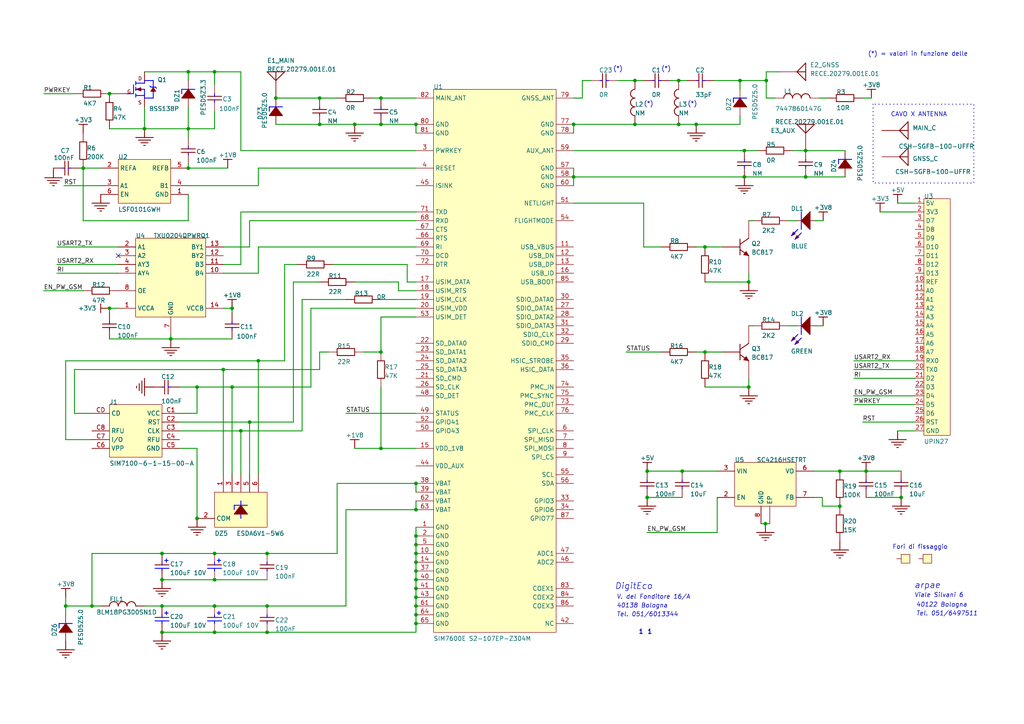
<source format=kicad_sch>
(kicad_sch (version 20230121) (generator eeschema)
  (paper "A4")
  (title_block (title "Stima V4 GSM") (rev "1.1"))
  (junction (at 54.61 48.768))
  (junction (at 261.366 144.272))
  (junction (at 110.49 36.068))
  (junction (at 62.23 20.828))
  (junction (at 196.85 36.068))
  (junction (at 77.47 183.388))
  (junction (at 46.99 168.148))
  (junction (at 184.15 36.068))
  (junction (at 222.25 23.368))
  (junction (at 184.15 23.368))
  (junction (at 110.49 102.108))
  (junction (at 92.71 28.448))
  (junction (at 233.68 43.688))
  (junction (at 120.65 140.208))
  (junction (at 57.15 150.368))
  (junction (at 67.31 112.268))
  (junction (at 57.15 112.268))
  (junction (at 77.47 160.528))
  (junction (at 217.17 81.788))
  (junction (at 80.01 28.448))
  (junction (at 49.53 98.298))
  (junction (at 214.63 23.368))
  (junction (at 197.866 136.652))
  (junction (at 120.65 178.308))
  (junction (at 120.65 175.768))
  (junction (at 41.91 37.338))
  (junction (at 217.17 112.268))
  (junction (at 26.67 175.768))
  (junction (at 120.65 155.448))
  (junction (at 120.65 160.528))
  (junction (at 204.47 71.628))
  (junction (at 243.586 146.812))
  (junction (at 19.05 175.768))
  (junction (at 92.71 36.068))
  (junction (at 233.68 51.308))
  (junction (at 243.586 136.652))
  (junction (at 31.75 89.408))
  (junction (at 166.37 36.068))
  (junction (at 110.49 28.448))
  (junction (at 120.65 168.148))
  (junction (at 64.77 107.188))
  (junction (at 74.93 104.648))
  (junction (at 215.9 51.308))
  (junction (at 62.23 160.528))
  (junction (at 62.23 168.148))
  (junction (at 120.65 157.988))
  (junction (at 120.65 165.608))
  (junction (at 120.65 36.068))
  (junction (at 62.23 183.388))
  (junction (at 24.13 48.768))
  (junction (at 120.65 173.228))
  (junction (at 187.706 144.272))
  (junction (at 54.61 37.338))
  (junction (at 120.65 163.068))
  (junction (at 204.47 102.108))
  (junction (at 120.65 170.688))
  (junction (at 46.99 160.528))
  (junction (at 196.85 23.368))
  (junction (at 120.65 147.828))
  (junction (at 120.65 180.848))
  (junction (at 62.23 175.768))
  (junction (at 46.99 183.388))
  (junction (at 215.9 43.688))
  (junction (at 46.99 175.768))
  (junction (at 221.996 151.892))
  (junction (at 67.31 89.408))
  (junction (at 166.37 51.308))
  (junction (at 251.206 136.652))
  (junction (at 110.49 130.048))
  (junction (at 69.85 124.968))
  (junction (at 54.61 20.828))
  (junction (at 201.93 36.068))
  (junction (at 77.47 175.768))
  (junction (at 72.39 122.428))
  (junction (at 187.706 136.652))
  (junction (at 31.75 27.178))
  (junction (at 102.87 36.068))
  (no_connect (at 34.29 74.168))
  (wire (pts (xy 92.71 81.788) (xy 85.09 81.788)) (stroke (width 0.254)))
  (wire (pts (xy 72.39 122.428) (xy 52.07 122.428)) (stroke (width 0.254)))
  (wire (pts (xy 251.206 144.272) (xy 261.366 144.272)) (stroke (width 0.254)))
  (wire (pts (xy 265.43 117.348) (xy 247.65 117.348)) (stroke (width 0.254)))
  (wire (pts (xy 21.59 27.178) (xy 12.7 27.178)) (stroke (width 0.254)))
  (wire (pts (xy 208.026 144.272) (xy 208.026 154.432)) (stroke (width 0.254)))
  (wire (pts (xy 231.14 94.488) (xy 228.6 94.488)) (stroke (width 0.254)))
  (wire (pts (xy 265.43 122.428) (xy 250.19 122.428)) (stroke (width 0.254)))
  (wire (pts (xy 64.77 79.248) (xy 74.93 79.248)) (stroke (width 0.254)))
  (wire (pts (xy 243.586 136.652) (xy 251.206 136.652)) (stroke (width 0.254)))
  (wire (pts (xy 100.33 86.868) (xy 87.63 86.868)) (stroke (width 0.254)))
  (wire (pts (xy 252.73 28.448) (xy 250.19 28.448)) (stroke (width 0.254)))
  (wire (pts (xy 197.866 136.652) (xy 187.706 136.652)) (stroke (width 0.254)))
  (wire (pts (xy 120.65 130.048) (xy 110.49 130.048)) (stroke (width 0.254)))
  (wire (pts (xy 62.23 175.768) (xy 46.99 175.768)) (stroke (width 0.254)))
  (wire (pts (xy 221.996 151.892) (xy 223.266 151.892)) (stroke (width 0.254)))
  (wire (pts (xy 120.65 142.748) (xy 120.65 140.208)) (stroke (width 0.254)))
  (wire (pts (xy 57.15 112.268) (xy 67.31 112.268)) (stroke (width 0.254)))
  (wire (pts (xy 120.65 175.768) (xy 120.65 173.228)) (stroke (width 0.254)))
  (wire (pts (xy 187.706 144.272) (xy 197.866 144.272)) (stroke (width 0.254)))
  (wire (pts (xy 87.63 86.868) (xy 87.63 124.968)) (stroke (width 0.254)))
  (wire (pts (xy 102.87 81.788) (xy 115.57 81.788)) (stroke (width 0.254)))
  (wire (pts (xy 209.55 71.628) (xy 204.47 71.628)) (stroke (width 0.254)))
  (wire (pts (xy 97.79 160.528) (xy 77.47 160.528)) (stroke (width 0.254)))
  (wire (pts (xy 186.69 58.928) (xy 186.69 71.628)) (stroke (width 0.254)))
  (wire (pts (xy 110.49 102.108) (xy 105.41 102.108)) (stroke (width 0.254)))
  (wire (pts (xy 260.35 58.928) (xy 265.43 58.928)) (stroke (width 0.254)))
  (wire (pts (xy 74.93 79.248) (xy 74.93 71.628)) (stroke (width 0.254)))
  (wire (pts (xy 54.61 23.368) (xy 54.61 20.828)) (stroke (width 0.254)))
  (wire (pts (xy 74.93 104.648) (xy 19.05 104.648)) (stroke (width 0.254)))
  (wire (pts (xy 67.31 89.408) (xy 64.77 89.408)) (stroke (width 0.254)))
  (wire (pts (xy 240.03 28.448) (xy 237.49 28.448)) (stroke (width 0.254)))
  (wire (pts (xy 120.65 178.308) (xy 120.65 175.768)) (stroke (width 0.254)))
  (wire (pts (xy 166.37 58.928) (xy 186.69 58.928)) (stroke (width 0.254)))
  (wire (pts (xy 69.85 61.468) (xy 69.85 76.708)) (stroke (width 0.254)))
  (wire (pts (xy 110.49 91.948) (xy 110.49 102.108)) (stroke (width 0.254)))
  (wire (pts (xy 110.49 112.268) (xy 110.49 130.048)) (stroke (width 0.254)))
  (wire (pts (xy 251.206 136.652) (xy 261.366 136.652)) (stroke (width 0.254)))
  (wire (pts (xy 62.23 160.528) (xy 46.99 160.528)) (stroke (width 0.254)))
  (wire (pts (xy 90.17 112.268) (xy 90.17 89.408)) (stroke (width 0.254)))
  (wire (pts (xy 186.69 71.628) (xy 191.77 71.628)) (stroke (width 0.254)))
  (wire (pts (xy 62.23 20.828) (xy 54.61 20.828)) (stroke (width 0.254)))
  (wire (pts (xy 110.49 36.068) (xy 102.87 36.068)) (stroke (width 0.254)))
  (wire (pts (xy 72.39 64.008) (xy 72.39 71.628)) (stroke (width 0.254)))
  (wire (pts (xy 52.07 130.048) (xy 57.15 130.048)) (stroke (width 0.254)))
  (wire (pts (xy 46.99 183.388) (xy 62.23 183.388)) (stroke (width 0.254)))
  (wire (pts (xy 215.9 43.688) (xy 219.71 43.688)) (stroke (width 0.254)))
  (wire (pts (xy 49.53 98.298) (xy 31.75 98.298)) (stroke (width 0.254)))
  (wire (pts (xy 120.65 157.988) (xy 120.65 155.448)) (stroke (width 0.254)))
  (wire (pts (xy 120.65 145.288) (xy 120.65 147.828)) (stroke (width 0.254)))
  (wire (pts (xy 26.67 160.528) (xy 26.67 175.768)) (stroke (width 0.254)))
  (wire (pts (xy 204.47 81.788) (xy 217.17 81.788)) (stroke (width 0.254)))
  (wire (pts (xy 217.17 112.268) (xy 217.17 109.728)) (stroke (width 0.254)))
  (wire (pts (xy 67.31 90.678) (xy 67.31 89.408)) (stroke (width 0.254)))
  (wire (pts (xy 21.59 119.888) (xy 26.67 119.888)) (stroke (width 0.254)))
  (wire (pts (xy 218.44 64.008) (xy 217.17 64.008)) (stroke (width 0.254)))
  (wire (pts (xy 82.55 76.708) (xy 82.55 104.648)) (stroke (width 0.254)))
  (wire (pts (xy 77.47 175.768) (xy 62.23 175.768)) (stroke (width 0.254)))
  (wire (pts (xy 265.43 104.648) (xy 247.65 104.648)) (stroke (width 0.254)))
  (wire (pts (xy 31.75 27.178) (xy 34.29 27.178)) (stroke (width 0.254)))
  (wire (pts (xy 92.71 28.448) (xy 80.01 28.448)) (stroke (width 0.254)))
  (wire (pts (xy 19.05 127.508) (xy 26.67 127.508)) (stroke (width 0.254)))
  (wire (pts (xy 62.23 20.828) (xy 62.23 24.638)) (stroke (width 0.254)))
  (wire (pts (xy 23.114 48.768) (xy 24.13 48.768)) (stroke (width 0.254)))
  (wire (pts (xy 57.15 112.268) (xy 52.07 112.268)) (stroke (width 0.254)))
  (wire (pts (xy 18.542 53.848) (xy 29.21 53.848)) (stroke (width 0.254)))
  (wire (pts (xy 168.91 28.448) (xy 168.91 23.368)) (stroke (width 0.254)))
  (wire (pts (xy 19.05 178.308) (xy 19.05 175.768)) (stroke (width 0.254)))
  (wire (pts (xy 214.63 25.908) (xy 214.63 23.368)) (stroke (width 0.254)))
  (wire (pts (xy 208.026 136.652) (xy 197.866 136.652)) (stroke (width 0.254)))
  (wire (pts (xy 120.65 170.688) (xy 120.65 168.148)) (stroke (width 0.254)))
  (wire (pts (xy 118.11 76.708) (xy 118.11 81.788)) (stroke (width 0.254)))
  (wire (pts (xy 100.33 147.828) (xy 100.33 175.768)) (stroke (width 0.254)))
  (wire (pts (xy 34.29 79.248) (xy 16.51 79.248)) (stroke (width 0.254)))
  (wire (pts (xy 218.44 94.488) (xy 217.17 94.488)) (stroke (width 0.254)))
  (wire (pts (xy 92.71 36.068) (xy 80.01 36.068)) (stroke (width 0.254)))
  (wire (pts (xy 120.65 160.528) (xy 120.65 157.988)) (stroke (width 0.254)))
  (wire (pts (xy 96.52 76.708) (xy 118.11 76.708)) (stroke (width 0.254)))
  (wire (pts (xy 16.51 71.628) (xy 34.29 71.628)) (stroke (width 0.254)))
  (wire (pts (xy 69.85 43.688) (xy 69.85 20.828)) (stroke (width 0.254)))
  (wire (pts (xy 166.37 28.448) (xy 168.91 28.448)) (stroke (width 0.254)))
  (wire (pts (xy 166.37 38.608) (xy 166.37 36.068)) (stroke (width 0.254)))
  (wire (pts (xy 120.65 183.388) (xy 120.65 180.848)) (stroke (width 0.254)))
  (wire (pts (xy 92.71 102.108) (xy 92.71 107.188)) (stroke (width 0.254)))
  (wire (pts (xy 265.43 114.808) (xy 247.65 114.808)) (stroke (width 0.254)))
  (wire (pts (xy 67.31 112.268) (xy 90.17 112.268)) (stroke (width 0.254)))
  (wire (pts (xy 54.61 56.388) (xy 54.61 64.008)) (stroke (width 0.254)))
  (wire (pts (xy 57.15 130.048) (xy 57.15 150.368)) (stroke (width 0.254)))
  (wire (pts (xy 235.966 144.272) (xy 238.506 144.272)) (stroke (width 0.254)))
  (wire (pts (xy 120.65 38.608) (xy 120.65 36.068)) (stroke (width 0.254)))
  (wire (pts (xy 166.37 53.848) (xy 166.37 51.308)) (stroke (width 0.254)))
  (wire (pts (xy 69.85 137.668) (xy 69.85 124.968)) (stroke (width 0.254)))
  (wire (pts (xy 24.13 48.768) (xy 29.21 48.768)) (stroke (width 0.254)))
  (wire (pts (xy 247.65 109.728) (xy 265.43 109.728)) (stroke (width 0.254)))
  (wire (pts (xy 46.99 168.148) (xy 62.23 168.148)) (stroke (width 0.254)))
  (wire (pts (xy 24.13 64.008) (xy 24.13 48.768)) (stroke (width 0.254)))
  (wire (pts (xy 82.55 104.648) (xy 74.93 104.648)) (stroke (width 0.254)))
  (wire (pts (xy 196.85 36.068) (xy 201.93 36.068)) (stroke (width 0.254)))
  (wire (pts (xy 67.31 98.298) (xy 49.53 98.298)) (stroke (width 0.254)))
  (wire (pts (xy 31.75 37.338) (xy 41.91 37.338)) (stroke (width 0.254)))
  (wire (pts (xy 233.68 51.308) (xy 245.11 51.308)) (stroke (width 0.254)))
  (wire (pts (xy 238.506 146.812) (xy 243.586 146.812)) (stroke (width 0.254)))
  (wire (pts (xy 77.47 183.388) (xy 120.65 183.388)) (stroke (width 0.254)))
  (wire (pts (xy 97.79 140.208) (xy 97.79 160.528)) (stroke (width 0.254)))
  (wire (pts (xy 46.99 175.768) (xy 41.91 175.768)) (stroke (width 0.254)))
  (wire (pts (xy 57.15 119.888) (xy 57.15 112.268)) (stroke (width 0.254)))
  (wire (pts (xy 74.93 137.668) (xy 74.93 104.648)) (stroke (width 0.254)))
  (wire (pts (xy 217.17 81.788) (xy 217.17 79.248)) (stroke (width 0.254)))
  (wire (pts (xy 215.9 51.308) (xy 166.37 51.308)) (stroke (width 0.254)))
  (wire (pts (xy 120.65 36.068) (xy 110.49 36.068)) (stroke (width 0.254)))
  (wire (pts (xy 120.65 61.468) (xy 69.85 61.468)) (stroke (width 0.254)))
  (wire (pts (xy 208.026 154.432) (xy 187.706 154.432)) (stroke (width 0.254)))
  (wire (pts (xy 62.23 183.388) (xy 77.47 183.388)) (stroke (width 0.254)))
  (wire (pts (xy 120.65 180.848) (xy 120.65 178.308)) (stroke (width 0.254)))
  (wire (pts (xy 120.65 155.448) (xy 120.65 152.908)) (stroke (width 0.254)))
  (wire (pts (xy 120.65 86.868) (xy 110.49 86.868)) (stroke (width 0.254)))
  (wire (pts (xy 41.91 37.338) (xy 41.91 30.988)) (stroke (width 0.254)))
  (wire (pts (xy 102.87 36.068) (xy 92.71 36.068)) (stroke (width 0.254)))
  (wire (pts (xy 222.25 23.368) (xy 214.63 23.368)) (stroke (width 0.254)))
  (wire (pts (xy 85.09 122.428) (xy 72.39 122.428)) (stroke (width 0.254)))
  (wire (pts (xy 97.79 28.448) (xy 92.71 28.448)) (stroke (width 0.254)))
  (wire (pts (xy 54.61 48.768) (xy 66.04 48.768)) (stroke (width 0.254)))
  (wire (pts (xy 204.47 112.268) (xy 217.17 112.268)) (stroke (width 0.254)))
  (wire (pts (xy 186.69 23.368) (xy 184.15 23.368)) (stroke (width 0.254)))
  (wire (pts (xy 62.23 37.338) (xy 62.23 32.258)) (stroke (width 0.254)))
  (wire (pts (xy 168.91 23.368) (xy 171.45 23.368)) (stroke (width 0.254)))
  (wire (pts (xy 85.09 81.788) (xy 85.09 122.428)) (stroke (width 0.254)))
  (wire (pts (xy 236.22 64.008) (xy 238.76 64.008)) (stroke (width 0.254)))
  (wire (pts (xy 69.85 124.968) (xy 52.07 124.968)) (stroke (width 0.254)))
  (wire (pts (xy 54.61 47.498) (xy 54.61 48.768)) (stroke (width 0.254)))
  (wire (pts (xy 64.77 107.188) (xy 21.59 107.188)) (stroke (width 0.254)))
  (wire (pts (xy 166.37 36.068) (xy 184.15 36.068)) (stroke (width 0.254)))
  (wire (pts (xy 120.65 43.688) (xy 69.85 43.688)) (stroke (width 0.254)))
  (wire (pts (xy 31.75 90.678) (xy 31.75 89.408)) (stroke (width 0.254)))
  (wire (pts (xy 95.25 102.108) (xy 92.71 102.108)) (stroke (width 0.254)))
  (wire (pts (xy 214.63 23.368) (xy 207.01 23.368)) (stroke (width 0.254)))
  (wire (pts (xy 196.85 23.368) (xy 199.39 23.368)) (stroke (width 0.254)))
  (wire (pts (xy 166.37 51.308) (xy 166.37 48.768)) (stroke (width 0.254)))
  (wire (pts (xy 115.57 81.788) (xy 115.57 84.328)) (stroke (width 0.254)))
  (wire (pts (xy 229.87 43.688) (xy 233.68 43.688)) (stroke (width 0.254)))
  (wire (pts (xy 194.31 23.368) (xy 196.85 23.368)) (stroke (width 0.254)))
  (wire (pts (xy 214.63 33.528) (xy 214.63 36.068)) (stroke (width 0.254)))
  (wire (pts (xy 64.77 137.668) (xy 64.77 107.188)) (stroke (width 0.254)))
  (wire (pts (xy 72.39 137.668) (xy 72.39 122.428)) (stroke (width 0.254)))
  (wire (pts (xy 233.68 51.308) (xy 215.9 51.308)) (stroke (width 0.254)))
  (wire (pts (xy 110.49 28.448) (xy 107.95 28.448)) (stroke (width 0.254)))
  (wire (pts (xy 222.25 28.448) (xy 224.79 28.448)) (stroke (width 0.254)))
  (wire (pts (xy 46.99 160.528) (xy 26.67 160.528)) (stroke (width 0.254)))
  (wire (pts (xy 100.33 175.768) (xy 77.47 175.768)) (stroke (width 0.254)))
  (wire (pts (xy 120.65 163.068) (xy 120.65 160.528)) (stroke (width 0.254)))
  (wire (pts (xy 31.75 89.408) (xy 34.29 89.408)) (stroke (width 0.254)))
  (wire (pts (xy 209.55 102.108) (xy 204.47 102.108)) (stroke (width 0.254)))
  (wire (pts (xy 19.05 104.648) (xy 19.05 127.508)) (stroke (width 0.254)))
  (wire (pts (xy 118.11 81.788) (xy 120.65 81.788)) (stroke (width 0.254)))
  (wire (pts (xy 67.31 137.668) (xy 67.31 112.268)) (stroke (width 0.254)))
  (wire (pts (xy 120.65 147.828) (xy 100.33 147.828)) (stroke (width 0.254)))
  (wire (pts (xy 15.494 49.022) (xy 15.494 48.768)) (stroke (width 0.254)))
  (wire (pts (xy 19.05 175.768) (xy 19.05 173.228)) (stroke (width 0.254)))
  (wire (pts (xy 265.43 107.188) (xy 247.65 107.188)) (stroke (width 0.254)))
  (wire (pts (xy 74.93 48.768) (xy 120.65 48.768)) (stroke (width 0.254)))
  (wire (pts (xy 110.49 130.048) (xy 102.87 130.048)) (stroke (width 0.254)))
  (wire (pts (xy 24.13 84.328) (xy 12.7 84.328)) (stroke (width 0.254)))
  (wire (pts (xy 62.23 168.148) (xy 77.47 168.148)) (stroke (width 0.254)))
  (wire (pts (xy 255.27 61.468) (xy 265.43 61.468)) (stroke (width 0.254)))
  (wire (pts (xy 120.65 168.148) (xy 120.65 165.608)) (stroke (width 0.254)))
  (wire (pts (xy 120.65 165.608) (xy 120.65 163.068)) (stroke (width 0.254)))
  (wire (pts (xy 120.65 28.448) (xy 110.49 28.448)) (stroke (width 0.254)))
  (wire (pts (xy 72.39 71.628) (xy 64.77 71.628)) (stroke (width 0.254)))
  (wire (pts (xy 54.61 37.338) (xy 62.23 37.338)) (stroke (width 0.254)))
  (wire (pts (xy 226.06 20.828) (xy 222.25 20.828)) (stroke (width 0.254)))
  (wire (pts (xy 77.47 160.528) (xy 62.23 160.528)) (stroke (width 0.254)))
  (wire (pts (xy 26.67 175.768) (xy 29.21 175.768)) (stroke (width 0.254)))
  (wire (pts (xy 222.25 23.368) (xy 222.25 28.448)) (stroke (width 0.254)))
  (wire (pts (xy 120.65 91.948) (xy 110.49 91.948)) (stroke (width 0.254)))
  (wire (pts (xy 90.17 89.408) (xy 120.65 89.408)) (stroke (width 0.254)))
  (wire (pts (xy 214.63 36.068) (xy 201.93 36.068)) (stroke (width 0.254)))
  (wire (pts (xy 115.57 84.328) (xy 120.65 84.328)) (stroke (width 0.254)))
  (wire (pts (xy 54.61 39.878) (xy 54.61 37.338)) (stroke (width 0.254)))
  (wire (pts (xy 220.726 151.892) (xy 221.996 151.892)) (stroke (width 0.254)))
  (wire (pts (xy 184.15 23.368) (xy 179.07 23.368)) (stroke (width 0.254)))
  (wire (pts (xy 238.506 144.272) (xy 238.506 146.812)) (stroke (width 0.254)))
  (wire (pts (xy 49.53 97.028) (xy 49.53 98.298)) (stroke (width 0.254)))
  (wire (pts (xy 120.65 64.008) (xy 72.39 64.008)) (stroke (width 0.254)))
  (wire (pts (xy 54.61 53.848) (xy 74.93 53.848)) (stroke (width 0.254)))
  (wire (pts (xy 120.65 140.208) (xy 97.79 140.208)) (stroke (width 0.254)))
  (wire (pts (xy 204.47 102.108) (xy 201.93 102.108)) (stroke (width 0.254)))
  (wire (pts (xy 236.22 94.488) (xy 238.76 94.488)) (stroke (width 0.254)))
  (wire (pts (xy 19.05 175.768) (xy 26.67 175.768)) (stroke (width 0.254)))
  (wire (pts (xy 69.85 20.828) (xy 62.23 20.828)) (stroke (width 0.254)))
  (wire (pts (xy 191.77 102.108) (xy 181.61 102.108)) (stroke (width 0.254)))
  (wire (pts (xy 74.93 53.848) (xy 74.93 48.768)) (stroke (width 0.254)))
  (wire (pts (xy 120.65 173.228) (xy 120.65 170.688)) (stroke (width 0.254)))
  (wire (pts (xy 54.61 20.828) (xy 41.91 20.828)) (stroke (width 0.254)))
  (wire (pts (xy 184.15 36.068) (xy 196.85 36.068)) (stroke (width 0.254)))
  (wire (pts (xy 120.65 119.888) (xy 100.33 119.888)) (stroke (width 0.254)))
  (wire (pts (xy 16.51 76.708) (xy 34.29 76.708)) (stroke (width 0.254)))
  (wire (pts (xy 21.59 107.188) (xy 21.59 119.888)) (stroke (width 0.254)))
  (wire (pts (xy 74.93 71.628) (xy 120.65 71.628)) (stroke (width 0.254)))
  (wire (pts (xy 86.36 76.708) (xy 82.55 76.708)) (stroke (width 0.254)))
  (wire (pts (xy 166.37 43.688) (xy 215.9 43.688)) (stroke (width 0.254)))
  (wire (pts (xy 54.61 64.008) (xy 24.13 64.008)) (stroke (width 0.254)))
  (wire (pts (xy 52.07 119.888) (xy 57.15 119.888)) (stroke (width 0.254)))
  (wire (pts (xy 260.35 124.968) (xy 265.43 124.968)) (stroke (width 0.254)))
  (wire (pts (xy 233.68 43.688) (xy 245.11 43.688)) (stroke (width 0.254)))
  (wire (pts (xy 54.61 37.338) (xy 54.61 30.988)) (stroke (width 0.254)))
  (wire (pts (xy 87.63 124.968) (xy 69.85 124.968)) (stroke (width 0.254)))
  (wire (pts (xy 69.85 76.708) (xy 64.77 76.708)) (stroke (width 0.254)))
  (wire (pts (xy 92.71 107.188) (xy 64.77 107.188)) (stroke (width 0.254)))
  (wire (pts (xy 222.25 20.828) (xy 222.25 23.368)) (stroke (width 0.254)))
  (wire (pts (xy 231.14 64.008) (xy 228.6 64.008)) (stroke (width 0.254)))
  (wire (pts (xy 41.91 37.338) (xy 54.61 37.338)) (stroke (width 0.254)))
  (wire (pts (xy 235.966 136.652) (xy 243.586 136.652)) (stroke (width 0.254)))
  (wire (pts (xy 204.47 71.628) (xy 201.93 71.628)) (stroke (width 0.254)))
  (polyline (pts (xy 253.238 30.226) (xy 253.238 53.086) (xy 282.448 53.086) (xy 282.448 30.226) (xy 253.238 30.226)) (stroke (width 0.254) (type dot) (color 0 0 191 1)))
  (text "(*)" (at 186.69 30.988 0) (effects (font (size 1.27 1.27)) (justify left bottom)))
  (text "(*) = valori in funzione delle" (at 251.714 16.51 0) (effects (font (size 1.27 1.27)) (justify left bottom)))
  (text "Tel. 051/6013344" (at 178.816 179.07 0) (effects (font (size 1.27 1.27) italic) (justify left bottom)))
  (text "(*)" (at 191.77 20.828 0) (effects (font (size 1.27 1.27)) (justify left bottom)))
  (text "1\n" (at 189.23 184.15 0) (effects (font (size 1.27 1.27) bold) (justify right bottom)))
  (text "Fori di fissaggio" (at 258.826 159.512 0) (effects (font (size 1.27 1.27)) (justify left bottom)))
  (text "40138 Bologna" (at 178.816 176.53 0) (effects (font (size 1.27 1.27) italic) (justify left bottom)))
  (text "(*)" (at 177.8 20.828 0) (effects (font (size 1.27 1.27)) (justify left bottom)))
  (text "1" (at 185.166 184.15 0) (effects (font (size 1.27 1.27) bold) (justify left bottom)))
  (text "DigitEco" (at 178.308 171.196 0) (effects (font (size 1.778 1.778) italic) (justify left bottom)))
  (text "Tel. 051/6497511" (at 265.684 178.816 0) (effects (font (size 1.27 1.27) italic) (justify left bottom)))
  (text "V. del Fonditore 16/A" (at 178.816 173.99 0) (effects (font (size 1.27 1.27) italic) (justify left bottom)))
  (text "CAVO X ANTENNA" (at 258.318 34.036 0) (effects (font (size 1.27 1.27)) (justify left bottom)))
  (text "Viale Silvani 6" (at 265.176 173.482 0) (effects (font (size 1.27 1.27) italic) (justify left bottom)))
  (text "40122 Bologna" (at 265.684 176.276 0) (effects (font (size 1.27 1.27) italic) (justify left bottom)))
  (text "arpae" (at 265.176 170.942 0) (effects (font (size 1.778 1.778) italic) (justify left bottom)))
  (text "(*)" (at 199.39 30.988 0) (effects (font (size 1.27 1.27)) (justify left bottom)))
  (label "RST" (at 250.19 122.428 180))
  (label "USART2_TX" (at 247.65 107.188 180))
  (label "STATUS" (at 100.33 119.888 180))
  (label "PWRKEY" (at 12.7 27.178 180))
  (label "PWRKEY" (at 247.65 117.348 180))
  (label "USART2_RX" (at 16.51 76.708 180))
  (label "USART2_TX" (at 16.51 71.628 180))
  (label "USART2_RX" (at 247.65 104.648 180))
  (label "STATUS" (at 181.61 102.108 180))
  (label "RST" (at 18.542 53.848 180))
  (label "EN_PW_GSM" (at 187.706 154.432 180))
  (label "RI" (at 247.65 109.728 180))
  (label "EN_PW_GSM" (at 12.7 84.328 180))
  (label "EN_PW_GSM" (at 247.65 114.808 180))
  (label "RI" (at 16.51 79.248 180))
  (symbol (lib_id "Stima V4 Slave R1_1-altium-import:+3V8") (at 19.05 173.228 180) (unit 1)
    (property "Reference" "#PWR?" (effects hide))
    (property "Value" "+3V8" (at 19.05 169.418 0))
  )
  (symbol (lib_id "Stima V4 Slave R1_1-altium-import:+3V3") (at 31.75 89.408 270) (unit 1)
    (property "Reference" "#PWR?" (effects hide))
    (property "Value" "+3V3" (at 27.94 89.408 90) (effects (justify right)))
  )
  (symbol (lib_id "Stima V4 Slave R1_1-altium-import:root_3_C0603") (at 20.574 48.768 0) (unit 1)
    (property "Reference" "C7" (at 17.526 44.45 0) (effects (justify left bottom)))
    (property "Value" "100nF" (at 15.494 46.482 0) (effects (justify left bottom)))
    (property "Footprint" "0603" (effects hide))
    (property "PACKAGE REFERENCE" "0603" (effects hide))
    (property "TYPE" "Multistrato X5R/X7R" (effects hide))
    (property "ALTIUM_VALUE" "100nF" (effects hide))
    (property "VOLTAGE" "20V" (effects hide))
  )
  (symbol (lib_id "Stima V4 Slave R1_1-altium-import:root_0_UPIN27") (at 267.97 57.658 0) (unit 1)
    (property "Reference" "U3" (at 267.97 57.658 0) (effects (justify left bottom)))
    (property "Value" "UPIN27" (at 267.97 128.778 0) (effects (justify left bottom)))
    (property "Footprint" "UPIN27_OK" (effects hide))
  )
  (symbol (lib_id "Stima V4 Slave R1_1-altium-import:GND") (at 46.99 183.388 0) (unit 1)
    (property "Reference" "#PWR?" (effects hide))
    (property "Value" "GND" (effects hide))
  )
  (symbol (lib_id "Stima V4 Slave R1_1-altium-import:root_0_C0603") (at 197.866 139.192 0) (unit 1)
    (property "Reference" "C14" (at 200.152 141.478 0) (effects (justify left bottom)))
    (property "Value" "10uF" (at 200.152 144.018 0) (effects (justify left bottom)))
    (property "Footprint" "0603" (effects hide))
    (property "PACKAGE REFERENCE" "0603" (effects hide))
    (property "TYPE" "Multistrato X5R/X7R" (effects hide))
    (property "ALTIUM_VALUE" "10uF" (effects hide))
    (property "VOLTAGE" "16V" (effects hide))
  )
  (symbol (lib_id "Stima V4 Slave R1_1-altium-import:root_0_TXU0204") (at 39.37 69.088 0) (unit 1)
    (property "Reference" "U4" (at 39.37 69.088 0) (effects (justify left bottom)))
    (property "Value" "TXU0204QPWRQ1" (at 44.45 69.088 0) (effects (justify left bottom)))
    (property "Footprint" "TSSOP14" (effects hide))
    (property "PACKAGE REFERENCE" "TSSOP14" (effects hide))
  )
  (symbol (lib_id "Stima V4 Slave R1_1-altium-import:root_2_Res 0603") (at 199.39 104.648 0) (unit 1)
    (property "Reference" "R16" (at 194.31 101.092 0) (effects (justify left bottom)))
    (property "Value" "4K7" (at 194.31 105.664 0) (effects (justify left bottom)))
    (property "Footprint" "0603" (effects hide))
    (property "ALTIUM_VALUE" "4K7" (effects hide))
    (property "PRECISION" "1%" (effects hide))
    (property "PACKAGE REFERENCE" "0603" (effects hide))
    (property "POWER" "1/10W" (effects hide))
  )
  (symbol (lib_id "Stima V4 Slave R1_1-altium-import:GND") (at 261.366 144.272 0) (unit 1)
    (property "Reference" "#PWR?" (effects hide))
    (property "Value" "GND" (effects hide))
  )
  (symbol (lib_id "Stima V4 Slave R1_1-altium-import:GND") (at 41.91 37.338 0) (unit 1)
    (property "Reference" "#PWR?" (effects hide))
    (property "Value" "GND" (effects hide))
  )
  (symbol (lib_id "Stima V4 Slave R1_1-altium-import:root_3_Res 0603") (at 113.03 104.648 0) (unit 1)
    (property "Reference" "R17" (at 111.506 107.188 0) (effects (justify left bottom)))
    (property "Value" "47K" (at 111.506 109.728 0) (effects (justify left bottom)))
    (property "Footprint" "0603" (effects hide))
    (property "ALTIUM_VALUE" "47K" (effects hide))
    (property "PRECISION" "5%" (effects hide))
    (property "PACKAGE REFERENCE" "0603" (effects hide))
    (property "POWER" "1/10W" (effects hide))
  )
  (symbol (lib_id "Stima V4 Slave R1_1-altium-import:root_0_ESDA6V1-5W6") (at 62.23 142.748 0) (unit 1)
    (property "Reference" "DZ5" (at 62.23 155.448 0) (effects (justify left bottom)))
    (property "Value" "ESDA6V1-5W6" (at 68.58 155.448 0) (effects (justify left bottom)))
    (property "Footprint" "SOT363(SC70)" (effects hide))
    (property "PACKAGE REFERENCE" "SOT363-6L" (effects hide))
  )
  (symbol (lib_id "Stima V4 Slave R1_1-altium-import:root_1_Res 0603") (at 241.046 144.272 0) (unit 1)
    (property "Reference" "R19" (at 244.602 141.732 0) (effects (justify left bottom)))
    (property "Value" "100K" (at 244.602 144.272 0) (effects (justify left bottom)))
    (property "Footprint" "0603" (effects hide))
    (property "ALTIUM_VALUE" "100K" (effects hide))
    (property "PRECISION" "5%" (effects hide))
    (property "PACKAGE REFERENCE" "0603" (effects hide))
    (property "POWER" "1/10W" (effects hide))
  )
  (symbol (lib_id "Stima V4 Slave R1_1-altium-import:GND") (at 57.15 150.368 0) (unit 1)
    (property "Reference" "#PWR?" (effects hide))
    (property "Value" "GND" (effects hide))
  )
  (symbol (lib_id "Stima V4 Slave R1_1-altium-import:root_0_C0603") (at 233.68 46.228 0) (unit 1)
    (property "Reference" "C9" (at 235.966 48.514 0) (effects (justify left bottom)))
    (property "Value" "NM" (at 235.966 51.054 0) (effects (justify left bottom)))
    (property "Footprint" "0603" (effects hide))
    (property "PACKAGE REFERENCE" "0603" (effects hide))
    (property "TYPE" "Multistrato X5R/X7R" (effects hide))
    (property "VOLTAGE" "20V" (effects hide))
  )
  (symbol (lib_id "Stima V4 Slave R1_1-altium-import:root_1_C0603") (at 201.93 23.368 0) (unit 1)
    (property "Reference" "C2" (at 201.676 21.082 0) (effects (justify left bottom)))
    (property "Value" "33pF" (at 201.676 28.194 0) (effects (justify left bottom)))
    (property "Footprint" "0603" (effects hide))
    (property "PACKAGE REFERENCE" "0603" (effects hide))
    (property "TYPE" "Multistrato X5R/X7R" (effects hide))
    (property "ALTIUM_VALUE" "33pF" (effects hide))
    (property "VOLTAGE" "20V" (effects hide))
  )
  (symbol (lib_id "Stima V4 Slave R1_1-altium-import:root_0_ViteDado") (at 261.366 160.782 0) (unit 1)
    (property "Reference" "A3" (effects hide))
    (property "Value" "ViteDado" (effects hide))
    (property "Footprint" "ViteDado4" (effects hide))
  )
  (symbol (lib_id "Stima V4 Slave R1_1-altium-import:root_3_Antenna") (at 233.68 18.288 0) (unit 1)
    (property "Reference" "E2_GNSS" (at 234.95 19.558 0) (effects (justify left bottom)))
    (property "Value" "RECE.20279.001E.01" (at 234.95 22.098 0) (effects (justify left bottom)))
    (property "Footprint" "CONN_ANTENNA_SMD" (effects hide))
    (property "PUBLISHED" "24-Mar-1999" (effects hide))
    (property "LATESTREVISIONDATE" "17-Jul-2002" (effects hide))
    (property "LATESTREVISIONNOTE" "Re-released for DXP Platform." (effects hide))
    (property "PACKAGEREFERENCE" "PIN1" (effects hide))
    (property "PUBLISHER" "Altium Limited" (effects hide))
  )
  (symbol (lib_id "Stima V4 Slave R1_1-altium-import:GND") (at 29.21 56.388 0) (unit 1)
    (property "Reference" "#PWR?" (effects hide))
    (property "Value" "GND" (effects hide))
  )
  (symbol (lib_id "Stima V4 Slave R1_1-altium-import:root_0_BSS138") (at 36.83 23.368 0) (unit 1)
    (property "Reference" "Q1" (at 45.657 23.876 0) (effects (justify left bottom)))
    (property "Value" "BSS138P" (at 43.18 32.258 0) (effects (justify left bottom)))
    (property "Footprint" "SOT23" (effects hide))
    (property "PACKAGE REFERENCE" "SOT23" (effects hide))
  )
  (symbol (lib_id "Stima V4 Slave R1_1-altium-import:root_0_Tag. SMD B") (at 46.99 163.068 0) (unit 1)
    (property "Reference" "C17" (at 49.276 164.338 0) (effects (justify left bottom)))
    (property "Value" "100uF 10V" (at 49.276 166.878 0) (effects (justify left bottom)))
    (property "Footprint" "Case B-TC3528-1411" (effects hide))
    (property "PACKAGE REFERENCE" "Case B" (effects hide))
    (property "ALTIUM_VALUE" "100uF" (effects hide))
    (property "TYPE" "Tantalio" (effects hide))
    (property "VOLTAGE" "10V" (effects hide))
  )
  (symbol (lib_id "Stima V4 Slave R1_1-altium-import:root_2_C0603") (at 54.61 44.958 0) (unit 1)
    (property "Reference" "C6" (at 56.896 44.704 0) (effects (justify left bottom)))
    (property "Value" "100nF" (at 56.896 47.244 0) (effects (justify left bottom)))
    (property "Footprint" "0603" (effects hide))
    (property "PACKAGE REFERENCE" "0603" (effects hide))
    (property "TYPE" "Multistrato X5R/X7R" (effects hide))
    (property "ALTIUM_VALUE" "100nF" (effects hide))
    (property "VOLTAGE" "20V" (effects hide))
  )
  (symbol (lib_id "Stima V4 Slave R1_1-altium-import:root_0_C0603") (at 110.49 30.988 0) (unit 1)
    (property "Reference" "C5" (at 112.776 33.274 0) (effects (justify left bottom)))
    (property "Value" "NM" (at 112.776 35.814 0) (effects (justify left bottom)))
    (property "Footprint" "0603" (effects hide))
    (property "PACKAGE REFERENCE" "0603" (effects hide))
    (property "TYPE" "Multistrato X5R/X7R" (effects hide))
    (property "VOLTAGE" "20V" (effects hide))
  )
  (symbol (lib_id "Stima V4 Slave R1_1-altium-import:GND") (at 217.17 81.788 0) (unit 1)
    (property "Reference" "#PWR?" (effects hide))
    (property "Value" "GND" (effects hide))
  )
  (symbol (lib_id "Stima V4 Slave R1_1-altium-import:GND") (at 217.17 112.268 0) (unit 1)
    (property "Reference" "#PWR?" (effects hide))
    (property "Value" "GND" (effects hide))
  )
  (symbol (lib_id "Stima V4 Slave R1_1-altium-import:root_0_Tag. SMD B") (at 62.23 163.068 0) (unit 1)
    (property "Reference" "C18" (at 64.516 164.338 0) (effects (justify left bottom)))
    (property "Value" "100uF 10V" (at 64.516 166.878 0) (effects (justify left bottom)))
    (property "Footprint" "Case B-TC3528-1411" (effects hide))
    (property "PACKAGE REFERENCE" "Case B" (effects hide))
    (property "ALTIUM_VALUE" "100uF" (effects hide))
    (property "TYPE" "Tantalio" (effects hide))
    (property "VOLTAGE" "10V" (effects hide))
  )
  (symbol (lib_id "Stima V4 Slave R1_1-altium-import:root_2_Led  SMD") (at 234.95 66.548 0) (unit 1)
    (property "Reference" "DL1" (at 229.362 61.214 0) (effects (justify left bottom)))
    (property "Value" "BLUE" (at 229.362 72.136 0) (effects (justify left bottom)))
    (property "Footprint" "0805-led" (effects hide))
    (property "PACKAGE REFERENCE" "Smd 0805" (effects hide))
  )
  (symbol (lib_id "Stima V4 Slave R1_1-altium-import:root_0_SIM7600") (at 125.73 25.908 0) (unit 1)
    (property "Reference" "U1" (at 125.73 25.908 0) (effects (justify left bottom)))
    (property "Value" "SIM7600E S2-107EP-Z304M" (at 125.73 185.928 0) (effects (justify left bottom)))
    (property "Footprint" "SIM7600" (effects hide))
  )
  (symbol (lib_id "Stima V4 Slave R1_1-altium-import:+3V8") (at 238.76 64.008 180) (unit 1)
    (property "Reference" "#PWR?" (effects hide))
    (property "Value" "+3V8" (at 238.76 60.198 0))
  )
  (symbol (lib_id "Stima V4 Slave R1_1-altium-import:root_0_Transil SMD PESD5") (at 54.61 25.908 0) (unit 1)
    (property "Reference" "DZ1" (at 52.07 29.718 90) (effects (justify left bottom)))
    (property "Value" "PESD5Z3.3" (at 59.69 33.528 90) (effects (justify left bottom)))
    (property "Footprint" "SOD 523(SC-79)" (effects hide))
    (property "PACKAGE REFERENCE" "SOD523" (effects hide))
  )
  (symbol (lib_id "Stima V4 Slave R1_1-altium-import:root_2_Res 0603") (at 199.39 74.168 0) (unit 1)
    (property "Reference" "R8" (at 194.31 70.612 0) (effects (justify left bottom)))
    (property "Value" "4K7" (at 194.31 75.184 0) (effects (justify left bottom)))
    (property "Footprint" "0603" (effects hide))
    (property "ALTIUM_VALUE" "4K7" (effects hide))
    (property "PRECISION" "1%" (effects hide))
    (property "PACKAGE REFERENCE" "0603" (effects hide))
    (property "POWER" "1/10W" (effects hide))
  )
  (symbol (lib_id "Stima V4 Slave R1_1-altium-import:root_0_C0603") (at 67.31 93.218 0) (unit 1)
    (property "Reference" "C11" (at 69.596 95.504 0) (effects (justify left bottom)))
    (property "Value" "100nF" (at 68.58 98.298 0) (effects (justify left bottom)))
    (property "Footprint" "0603" (effects hide))
    (property "PACKAGE REFERENCE" "0603" (effects hide))
    (property "TYPE" "Multistrato X5R/X7R" (effects hide))
    (property "ALTIUM_VALUE" "100nF" (effects hide))
    (property "VOLTAGE" "50V" (effects hide))
  )
  (symbol (lib_id "Stima V4 Slave R1_1-altium-import:root_3_Antenna") (at 263.398 42.926 0) (unit 1)
    (property "Reference" "GNSS_C" (at 264.668 46.736 0) (effects (justify left bottom)))
    (property "Value" "CSH-SGFB-100-UFFR" (at 259.588 50.546 0) (effects (justify left bottom)))
    (property "Footprint" "CONN_ANTENNA_SMD" (effects hide))
    (property "PUBLISHED" "24-Mar-1999" (effects hide))
    (property "LATESTREVISIONDATE" "17-Jul-2002" (effects hide))
    (property "LATESTREVISIONNOTE" "Re-released for DXP Platform." (effects hide))
    (property "PACKAGEREFERENCE" "PIN1" (effects hide))
    (property "PUBLISHER" "Altium Limited" (effects hide))
  )
  (symbol (lib_id "Stima V4 Slave R1_1-altium-import:root_0_BLM18BD") (at 31.75 173.228 0) (unit 1)
    (property "Reference" "FIL1" (at 31.75 174.498 0) (effects (justify left bottom)))
    (property "Value" "BLM18PG300SN1D" (at 27.94 178.308 0) (effects (justify left bottom)))
    (property "Footprint" "0603" (effects hide))
    (property "TYPE" "BLM18BD  MURATA" (effects hide))
    (property "PACKAGE REFERENCE" "0603" (effects hide))
  )
  (symbol (lib_id "Stima V4 Slave R1_1-altium-import:root_1_Res 0603") (at 241.046 154.432 0) (unit 1)
    (property "Reference" "R20" (at 244.602 151.892 0) (effects (justify left bottom)))
    (property "Value" "15K" (at 244.602 154.432 0) (effects (justify left bottom)))
    (property "Footprint" "0603" (effects hide))
    (property "ALTIUM_VALUE" "15K" (effects hide))
    (property "PRECISION" "5%" (effects hide))
    (property "PACKAGE REFERENCE" "0603" (effects hide))
    (property "POWER" "1/10W" (effects hide))
  )
  (symbol (lib_id "Stima V4 Slave R1_1-altium-import:+3V8") (at 252.73 28.448 180) (unit 1)
    (property "Reference" "#PWR?" (effects hide))
    (property "Value" "+3V8" (at 252.73 24.638 0))
  )
  (symbol (lib_id "Stima V4 Slave R1_1-altium-import:root_0_LSF0101") (at 34.29 46.228 0) (unit 1)
    (property "Reference" "U2" (at 34.29 46.228 0) (effects (justify left bottom)))
    (property "Value" "LSF0101GWH" (at 34.29 61.468 0) (effects (justify left bottom)))
    (property "Footprint" "SOT363(SC70)" (effects hide))
    (property "PACKAGE REFERENCE" "SOT363" (effects hide))
  )
  (symbol (lib_id "Stima V4 Slave R1_1-altium-import:GND") (at 187.706 144.272 0) (unit 1)
    (property "Reference" "#PWR?" (effects hide))
    (property "Value" "GND" (effects hide))
  )
  (symbol (lib_id "Stima V4 Slave R1_1-altium-import:+3V3") (at 255.27 61.468 180) (unit 1)
    (property "Reference" "#PWR?" (effects hide))
    (property "Value" "+3V3" (at 255.27 57.658 0))
  )
  (symbol (lib_id "Stima V4 Slave R1_1-altium-import:+1V8") (at 102.87 130.048 180) (unit 1)
    (property "Reference" "#PWR?" (effects hide))
    (property "Value" "+1V8" (at 102.87 126.238 0))
  )
  (symbol (lib_id "Stima V4 Slave R1_1-altium-import:GND") (at 260.35 124.968 0) (unit 1)
    (property "Reference" "#PWR?" (effects hide))
    (property "Value" "GND" (effects hide))
  )
  (symbol (lib_id "Stima V4 Slave R1_1-altium-import:root_0_C0603") (at 187.706 139.192 0) (unit 1)
    (property "Reference" "C13" (at 189.992 141.478 0) (effects (justify left bottom)))
    (property "Value" "100nF" (at 189.992 144.018 0) (effects (justify left bottom)))
    (property "Footprint" "0603" (effects hide))
    (property "PACKAGE REFERENCE" "0603" (effects hide))
    (property "TYPE" "Multistrato X5R/X7R" (effects hide))
    (property "ALTIUM_VALUE" "100nF" (effects hide))
    (property "VOLTAGE" "20V" (effects hide))
  )
  (symbol (lib_id "Stima V4 Slave R1_1-altium-import:root_0_Transil SMD PESD5") (at 214.63 28.448 0) (unit 1)
    (property "Reference" "DZ2" (at 212.09 32.258 90) (effects (justify left bottom)))
    (property "Value" "PESD5Z5.0" (at 219.71 34.798 90) (effects (justify left bottom)))
    (property "Footprint" "SOD 523(SC-79)" (effects hide))
    (property "PACKAGE REFERENCE" "SOD523" (effects hide))
  )
  (symbol (lib_id "Stima V4 Slave R1_1-altium-import:root_2_Res 0603") (at 93.98 79.248 0) (unit 1)
    (property "Reference" "R9" (at 88.9 75.692 0) (effects (justify left bottom)))
    (property "Value" "22R" (at 88.9 80.264 0) (effects (justify left bottom)))
    (property "Footprint" "0603" (effects hide))
    (property "ALTIUM_VALUE" "22R" (effects hide))
    (property "PRECISION" "5%" (effects hide))
    (property "PACKAGE REFERENCE" "0603" (effects hide))
    (property "POWER" "1/10W" (effects hide))
  )
  (symbol (lib_id "Stima V4 Slave R1_1-altium-import:root_1_Res 0603") (at 29.21 34.798 0) (unit 1)
    (property "Reference" "R4" (at 32.766 32.258 0) (effects (justify left bottom)))
    (property "Value" "47K" (at 32.766 34.798 0) (effects (justify left bottom)))
    (property "Footprint" "0603" (effects hide))
    (property "ALTIUM_VALUE" "47K" (effects hide))
    (property "PRECISION" "1%" (effects hide))
    (property "PACKAGE REFERENCE" "0603" (effects hide))
    (property "POWER" "1/10W" (effects hide))
  )
  (symbol (lib_id "Stima V4 Slave R1_1-altium-import:root_0_C0603") (at 77.47 178.308 0) (unit 1)
    (property "Reference" "C22" (at 79.756 180.594 0) (effects (justify left bottom)))
    (property "Value" "100nF" (at 79.756 183.134 0) (effects (justify left bottom)))
    (property "Footprint" "0603" (effects hide))
    (property "PACKAGE REFERENCE" "0603" (effects hide))
    (property "TYPE" "Multistrato X5R/X7R" (effects hide))
    (property "ALTIUM_VALUE" "100nF" (effects hide))
    (property "VOLTAGE" "20V" (effects hide))
  )
  (symbol (lib_id "Stima V4 Slave R1_1-altium-import:root_1_Res 0603") (at 21.59 46.228 0) (unit 1)
    (property "Reference" "R6" (at 25.146 43.688 0) (effects (justify left bottom)))
    (property "Value" "200K" (at 25.146 46.228 0) (effects (justify left bottom)))
    (property "Footprint" "0603" (effects hide))
    (property "ALTIUM_VALUE" "200K" (effects hide))
    (property "PRECISION" "1%" (effects hide))
    (property "PACKAGE REFERENCE" "0603" (effects hide))
    (property "POWER" "1/10W" (effects hide))
  )
  (symbol (lib_id "Stima V4 Slave R1_1-altium-import:+1V8") (at 67.31 89.408 180) (unit 1)
    (property "Reference" "#PWR?" (effects hide))
    (property "Value" "+1V8" (at 67.31 85.598 0))
  )
  (symbol (lib_id "Stima V4 Slave R1_1-altium-import:root_0_mirrored_SIM CARD MICRO") (at 46.99 117.348 0) (unit 1)
    (property "Reference" "J1" (at 31.75 117.348 0) (effects (justify left bottom)))
    (property "Value" "SIM7100-6-1-15-00-A" (at 31.75 135.128 0) (effects (justify left bottom)))
    (property "Footprint" "SIM CARD MICRO" (effects hide))
  )
  (symbol (lib_id "Stima V4 Slave R1_1-altium-import:root_1_Res 0603") (at 201.93 109.728 0) (unit 1)
    (property "Reference" "R18" (at 205.486 107.188 0) (effects (justify left bottom)))
    (property "Value" "47K" (at 205.486 109.728 0) (effects (justify left bottom)))
    (property "Footprint" "0603" (effects hide))
    (property "ALTIUM_VALUE" "47K" (effects hide))
    (property "PRECISION" "1%" (effects hide))
    (property "PACKAGE REFERENCE" "0603" (effects hide))
    (property "POWER" "1/10W" (effects hide))
  )
  (symbol (lib_id "Stima V4 Slave R1_1-altium-import:root_0_C0603") (at 77.47 163.068 0) (unit 1)
    (property "Reference" "C19" (at 79.756 165.354 0) (effects (justify left bottom)))
    (property "Value" "100nF" (at 79.756 167.894 0) (effects (justify left bottom)))
    (property "Footprint" "0603" (effects hide))
    (property "PACKAGE REFERENCE" "0603" (effects hide))
    (property "TYPE" "Multistrato X5R/X7R" (effects hide))
    (property "ALTIUM_VALUE" "100nF" (effects hide))
    (property "VOLTAGE" "20V" (effects hide))
  )
  (symbol (lib_id "Stima V4 Slave R1_1-altium-import:+1V8") (at 66.04 48.768 180) (unit 1)
    (property "Reference" "#PWR?" (effects hide))
    (property "Value" "+1V8" (at 66.04 44.958 0))
  )
  (symbol (lib_id "Stima V4 Slave R1_1-altium-import:root_2_Led  SMD") (at 234.95 97.028 0) (unit 1)
    (property "Reference" "DL2" (at 229.362 91.694 0) (effects (justify left bottom)))
    (property "Value" "GREEN" (at 229.362 102.616 0) (effects (justify left bottom)))
    (property "Footprint" "0805-led" (effects hide))
    (property "PACKAGE REFERENCE" "Smd 0805" (effects hide))
  )
  (symbol (lib_id "Stima V4 Slave R1_1-altium-import:root_0_BC817-25") (at 214.63 69.088 0) (unit 1)
    (property "Reference" "Q2" (at 217.932 71.374 0) (effects (justify left bottom)))
    (property "Value" "BC817" (at 217.932 73.914 0) (effects (justify left bottom)))
    (property "Footprint" "SOT23" (effects hide))
    (property "PACKAGE REFERENCE" "SOT23" (effects hide))
  )
  (symbol (lib_id "Stima V4 Slave R1_1-altium-import:root_0_BC817-25") (at 214.63 99.568 0) (unit 1)
    (property "Reference" "Q3" (at 217.932 101.854 0) (effects (justify left bottom)))
    (property "Value" "BC817" (at 217.932 104.394 0) (effects (justify left bottom)))
    (property "Footprint" "SOT23" (effects hide))
    (property "PACKAGE REFERENCE" "SOT23" (effects hide))
  )
  (symbol (lib_id "Stima V4 Slave R1_1-altium-import:root_1_C0603") (at 189.23 23.368 0) (unit 1)
    (property "Reference" "C1" (at 188.976 21.082 0) (effects (justify left bottom)))
    (property "Value" "0R" (at 188.976 28.194 0) (effects (justify left bottom)))
    (property "Footprint" "0603" (effects hide))
    (property "PACKAGE REFERENCE" "0603" (effects hide))
    (property "TYPE" "Multistrato X5R/X7R" (effects hide))
    (property "VOLTAGE" "20V" (effects hide))
  )
  (symbol (lib_id "Stima V4 Slave R1_1-altium-import:root_0_Transil SMD PESD5") (at 245.11 46.228 0) (unit 1)
    (property "Reference" "DZ4" (at 242.57 50.038 90) (effects (justify left bottom)))
    (property "Value" "PESD5Z5.0" (at 250.19 52.578 90) (effects (justify left bottom)))
    (property "Footprint" "SOD 523(SC-79)" (effects hide))
    (property "PACKAGE REFERENCE" "SOD523" (effects hide))
  )
  (symbol (lib_id "Stima V4 Slave R1_1-altium-import:root_2_Res 0603") (at 226.06 97.028 0) (unit 1)
    (property "Reference" "R14" (at 220.98 93.472 0) (effects (justify left bottom)))
    (property "Value" "2K2" (at 220.98 98.044 0) (effects (justify left bottom)))
    (property "Footprint" "0603" (effects hide))
    (property "ALTIUM_VALUE" "2K2" (effects hide))
    (property "PRECISION" "1%" (effects hide))
    (property "PACKAGE REFERENCE" "0603" (effects hide))
    (property "POWER" "1/10W" (effects hide))
  )
  (symbol (lib_id "Stima V4 Slave R1_1-altium-import:GND") (at 221.996 151.892 0) (unit 1)
    (property "Reference" "#PWR?" (effects hide))
    (property "Value" "GND" (effects hide))
  )
  (symbol (lib_id "Stima V4 Slave R1_1-altium-import:+3V8") (at 238.76 94.488 180) (unit 1)
    (property "Reference" "#PWR?" (effects hide))
    (property "Value" "+3V8" (at 238.76 90.678 0))
  )
  (symbol (lib_id "Stima V4 Slave R1_1-altium-import:GND") (at 215.9 51.308 0) (unit 1)
    (property "Reference" "#PWR?" (effects hide))
    (property "Value" "GND" (effects hide))
  )
  (symbol (lib_id "Stima V4 Slave R1_1-altium-import:+5V") (at 260.35 58.928 180) (unit 1)
    (property "Reference" "#PWR?" (effects hide))
    (property "Value" "+5V" (at 260.35 55.118 0))
  )
  (symbol (lib_id "Stima V4 Slave R1_1-altium-import:root_2_Res 0603") (at 227.33 46.228 0) (unit 1)
    (property "Reference" "R5" (at 222.25 42.672 0) (effects (justify left bottom)))
    (property "Value" "0R" (at 222.25 47.244 0) (effects (justify left bottom)))
    (property "Footprint" "0603" (effects hide))
    (property "ALTIUM_VALUE" "0R" (effects hide))
    (property "PRECISION" "1%" (effects hide))
    (property "PACKAGE REFERENCE" "0603" (effects hide))
    (property "POWER" "1/10W" (effects hide))
  )
  (symbol (lib_id "Stima V4 Slave R1_1-altium-import:root_1_Res 0603") (at 201.93 79.248 0) (unit 1)
    (property "Reference" "R10" (at 205.486 76.708 0) (effects (justify left bottom)))
    (property "Value" "47K" (at 205.486 79.248 0) (effects (justify left bottom)))
    (property "Footprint" "0603" (effects hide))
    (property "ALTIUM_VALUE" "47K" (effects hide))
    (property "PRECISION" "1%" (effects hide))
    (property "PACKAGE REFERENCE" "0603" (effects hide))
    (property "POWER" "1/10W" (effects hide))
  )
  (symbol (lib_id "Stima V4 Slave R1_1-altium-import:root_0_Coil  SMD piccoli") (at 227.33 25.908 0) (unit 1)
    (property "Reference" "L1" (at 227.33 27.178 0) (effects (justify left bottom)))
    (property "Value" "7447860147G" (at 224.79 32.258 0) (effects (justify left bottom)))
    (property "Footprint" "0603" (effects hide))
    (property "ALTIUM_VALUE" "47nH" (effects hide))
    (property "TYPE" "Vishay" (effects hide))
    (property "PACKAGE REFERENCE" "0603" (effects hide))
  )
  (symbol (lib_id "Stima V4 Slave R1_1-altium-import:root_0_C0603") (at 251.206 139.192 0) (unit 1)
    (property "Reference" "C15" (at 253.492 141.478 0) (effects (justify left bottom)))
    (property "Value" "100nF" (at 253.492 144.018 0) (effects (justify left bottom)))
    (property "Footprint" "0603" (effects hide))
    (property "PACKAGE REFERENCE" "0603" (effects hide))
    (property "TYPE" "Multistrato X5R/X7R" (effects hide))
    (property "ALTIUM_VALUE" "100nF" (effects hide))
    (property "VOLTAGE" "20V" (effects hide))
  )
  (symbol (lib_id "Stima V4 Slave R1_1-altium-import:root_0_Tag. SMD B") (at 46.99 178.308 0) (unit 1)
    (property "Reference" "C20" (at 49.276 179.578 0) (effects (justify left bottom)))
    (property "Value" "100uF 10V" (at 49.276 182.118 0) (effects (justify left bottom)))
    (property "Footprint" "Case B-TC3528-1411" (effects hide))
    (property "PACKAGE REFERENCE" "Case B" (effects hide))
    (property "ALTIUM_VALUE" "100uF" (effects hide))
    (property "TYPE" "Tantalio" (effects hide))
    (property "VOLTAGE" "10V" (effects hide))
  )
  (symbol (lib_id "Stima V4 Slave R1_1-altium-import:root_0_ViteDado") (at 267.716 160.782 0) (unit 1)
    (property "Reference" "A4" (effects hide))
    (property "Value" "ViteDado" (effects hide))
    (property "Footprint" "ViteDado4" (effects hide))
  )
  (symbol (lib_id "Stima V4 Slave R1_1-altium-import:root_0_C0603") (at 215.9 46.228 0) (unit 1)
    (property "Reference" "C8" (at 218.186 48.514 0) (effects (justify left bottom)))
    (property "Value" "NM" (at 218.186 51.054 0) (effects (justify left bottom)))
    (property "Footprint" "0603" (effects hide))
    (property "PACKAGE REFERENCE" "0603" (effects hide))
    (property "TYPE" "Multistrato X5R/X7R" (effects hide))
    (property "VOLTAGE" "20V" (effects hide))
  )
  (symbol (lib_id "Stima V4 Slave R1_1-altium-import:root_0_C0603") (at 31.75 93.218 0) (unit 1)
    (property "Reference" "C10" (at 34.036 95.504 0) (effects (justify left bottom)))
    (property "Value" "100nF" (at 34.036 98.044 0) (effects (justify left bottom)))
    (property "Footprint" "0603" (effects hide))
    (property "PACKAGE REFERENCE" "0603" (effects hide))
    (property "TYPE" "Multistrato X5R/X7R" (effects hide))
    (property "ALTIUM_VALUE" "100nF" (effects hide))
    (property "VOLTAGE" "50V" (effects hide))
  )
  (symbol (lib_id "Stima V4 Slave R1_1-altium-import:+5V") (at 187.706 136.652 180) (unit 1)
    (property "Reference" "#PWR?" (effects hide))
    (property "Value" "+5V" (at 187.706 132.842 0))
  )
  (symbol (lib_id "Stima V4 Slave R1_1-altium-import:root_3_C0603") (at 49.53 112.268 0) (unit 1)
    (property "Reference" "C12" (at 46.736 109.982 0) (effects (justify left bottom)))
    (property "Value" "100nF" (at 46.736 117.094 0) (effects (justify left bottom)))
    (property "Footprint" "0603" (effects hide))
    (property "PACKAGE REFERENCE" "0603" (effects hide))
    (property "TYPE" "Multistrato X5R/X7R" (effects hide))
    (property "ALTIUM_VALUE" "100nF" (effects hide))
    (property "VOLTAGE" "50V" (effects hide))
  )
  (symbol (lib_id "Stima V4 Slave R1_1-altium-import:root_2_Res 0603") (at 247.65 30.988 0) (unit 1)
    (property "Reference" "R3" (at 242.57 27.432 0) (effects (justify left bottom)))
    (property "Value" "10R" (at 242.57 32.004 0) (effects (justify left bottom)))
    (property "Footprint" "0603" (effects hide))
    (property "ALTIUM_VALUE" "10R" (effects hide))
    (property "PRECISION" "1%" (effects hide))
    (property "PACKAGE REFERENCE" "0603" (effects hide))
    (property "POWER" "1/10W" (effects hide))
  )
  (symbol (lib_id "Stima V4 Slave R1_1-altium-import:root_1_Coil  SMD piccoli") (at 194.31 33.528 0) (unit 1)
    (property "Reference" "L3" (at 196.85 30.988 0) (effects (justify left bottom)))
    (property "Value" "NM" (at 196.85 33.528 0) (effects (justify left bottom)))
    (property "Footprint" "0603" (effects hide))
    (property "TYPE" "Vishay" (effects hide))
    (property "PACKAGE REFERENCE" "0603" (effects hide))
  )
  (symbol (lib_id "Stima V4 Slave R1_1-altium-import:root_0_Antenna") (at 231.14 36.068 0) (unit 1)
    (property "Reference" "E3_AUX" (at 223.52 38.608 0) (effects (justify left bottom)))
    (property "Value" "RECE.20279.001E.01" (at 224.79 36.068 0) (effects (justify left bottom)))
    (property "Footprint" "CONN_ANTENNA_SMD" (effects hide))
    (property "PUBLISHED" "24-Mar-1999" (effects hide))
    (property "LATESTREVISIONDATE" "17-Jul-2002" (effects hide))
    (property "LATESTREVISIONNOTE" "Re-released for DXP Platform." (effects hide))
    (property "PACKAGEREFERENCE" "PIN1" (effects hide))
    (property "PUBLISHER" "Altium Limited" (effects hide))
  )
  (symbol (lib_id "Stima V4 Slave R1_1-altium-import:GND") (at 102.87 36.068 0) (unit 1)
    (property "Reference" "#PWR?" (effects hide))
    (property "Value" "GND" (effects hide))
  )
  (symbol (lib_id "Stima V4 Slave R1_1-altium-import:+3V8") (at 251.206 136.652 180) (unit 1)
    (property "Reference" "#PWR?" (effects hide))
    (property "Value" "+3V8" (at 251.206 132.842 0))
  )
  (symbol (lib_id "Stima V4 Slave R1_1-altium-import:root_0_Tag. SMD B") (at 62.23 178.308 0) (unit 1)
    (property "Reference" "C21" (at 64.516 179.578 0) (effects (justify left bottom)))
    (property "Value" "100uF 10V" (at 64.516 182.118 0) (effects (justify left bottom)))
    (property "Footprint" "Case B-TC3528-1411" (effects hide))
    (property "PACKAGE REFERENCE" "Case B" (effects hide))
    (property "ALTIUM_VALUE" "100uF" (effects hide))
    (property "TYPE" "Tantalio" (effects hide))
    (property "VOLTAGE" "10V" (effects hide))
  )
  (symbol (lib_id "Stima V4 Slave R1_1-altium-import:root_2_Res 0603") (at 100.33 84.328 0) (unit 1)
    (property "Reference" "R11" (at 95.25 80.772 0) (effects (justify left bottom)))
    (property "Value" "22R" (at 95.25 85.344 0) (effects (justify left bottom)))
    (property "Footprint" "0603" (effects hide))
    (property "ALTIUM_VALUE" "22R" (effects hide))
    (property "PRECISION" "5%" (effects hide))
    (property "PACKAGE REFERENCE" "0603" (effects hide))
    (property "POWER" "1/10W" (effects hide))
  )
  (symbol (lib_id "Stima V4 Slave R1_1-altium-import:root_0_SC4216H") (at 213.106 134.112 0) (unit 1)
    (property "Reference" "U5" (at 213.106 134.112 0) (effects (justify left bottom)))
    (property "Value" "SC4216HSETRT" (at 219.456 134.112 0) (effects (justify left bottom)))
    (property "Footprint" "SO8-EDP-2 MIO" (effects hide))
    (property "PACKAGE REFERENCE" "SOIC8-EDP" (effects hide))
  )
  (symbol (lib_id "Stima V4 Slave R1_1-altium-import:root_2_Res 0603") (at 31.75 86.868 0) (unit 1)
    (property "Reference" "R12" (at 26.67 83.312 0) (effects (justify left bottom)))
    (property "Value" "47R" (at 26.67 87.884 0) (effects (justify left bottom)))
    (property "Footprint" "0603" (effects hide))
    (property "ALTIUM_VALUE" "47R" (effects hide))
    (property "PRECISION" "5%" (effects hide))
    (property "PACKAGE REFERENCE" "0603" (effects hide))
    (property "POWER" "1/10W" (effects hide))
  )
  (symbol (lib_id "Stima V4 Slave R1_1-altium-import:root_2_Res 0603") (at 29.21 29.718 0) (unit 1)
    (property "Reference" "R1" (at 24.13 26.162 0) (effects (justify left bottom)))
    (property "Value" "4K7" (at 24.13 30.734 0) (effects (justify left bottom)))
    (property "Footprint" "0603" (effects hide))
    (property "ALTIUM_VALUE" "4K7" (effects hide))
    (property "PRECISION" "1%" (effects hide))
    (property "PACKAGE REFERENCE" "0603" (effects hide))
    (property "POWER" "1/10W" (effects hide))
  )
  (symbol (lib_id "Stima V4 Slave R1_1-altium-import:GND") (at 44.45 112.268 270) (unit 1)
    (property "Reference" "#PWR?" (effects hide))
    (property "Value" "GND" (effects hide))
  )
  (symbol (lib_id "Stima V4 Slave R1_1-altium-import:root_0_Transil SMD PESD5") (at 19.05 180.848 0) (unit 1)
    (property "Reference" "DZ6" (at 16.51 184.658 90) (effects (justify left bottom)))
    (property "Value" "PESD5Z5.0" (at 24.13 187.198 90) (effects (justify left bottom)))
    (property "Footprint" "SOD 523(SC-79)" (effects hide))
    (property "PACKAGE REFERENCE" "SOD523" (effects hide))
  )
  (symbol (lib_id "Stima V4 Slave R1_1-altium-import:GND") (at 15.494 49.022 0) (unit 1)
    (property "Reference" "#PWR?" (effects hide))
    (property "Value" "GND" (effects hide))
  )
  (symbol (lib_id "Stima V4 Slave R1_1-altium-import:GND") (at 243.586 156.972 0) (unit 1)
    (property "Reference" "#PWR?" (effects hide))
    (property "Value" "GND" (effects hide))
  )
  (symbol (lib_id "Stima V4 Slave R1_1-altium-import:root_2_Res 0603") (at 105.41 30.988 0) (unit 1)
    (property "Reference" "R2" (at 100.33 27.432 0) (effects (justify left bottom)))
    (property "Value" "0R" (at 100.33 32.004 0) (effects (justify left bottom)))
    (property "Footprint" "0603" (effects hide))
    (property "ALTIUM_VALUE" "0R" (effects hide))
    (property "PRECISION" "1%" (effects hide))
    (property "PACKAGE REFERENCE" "0603" (effects hide))
    (property "POWER" "1/10W" (effects hide))
  )
  (symbol (lib_id "Stima V4 Slave R1_1-altium-import:GND") (at 201.93 36.068 0) (unit 1)
    (property "Reference" "#PWR?" (effects hide))
    (property "Value" "GND" (effects hide))
  )
  (symbol (lib_id "Stima V4 Slave R1_1-altium-import:root_1_Coil  SMD piccoli") (at 181.61 33.528 0) (unit 1)
    (property "Reference" "L2" (at 184.15 30.988 0) (effects (justify left bottom)))
    (property "Value" "NM" (at 184.15 33.528 0) (effects (justify left bottom)))
    (property "Footprint" "0603" (effects hide))
    (property "TYPE" "Vishay" (effects hide))
    (property "PACKAGE REFERENCE" "0603" (effects hide))
  )
  (symbol (lib_id "Stima V4 Slave R1_1-altium-import:GND") (at 49.53 98.298 0) (unit 1)
    (property "Reference" "#PWR?" (effects hide))
    (property "Value" "GND" (effects hide))
  )
  (symbol (lib_id "Stima V4 Slave R1_1-altium-import:root_2_Res 0603") (at 102.87 104.648 0) (unit 1)
    (property "Reference" "R15" (at 97.79 101.092 0) (effects (justify left bottom)))
    (property "Value" "22R" (at 97.79 105.664 0) (effects (justify left bottom)))
    (property "Footprint" "0603" (effects hide))
    (property "ALTIUM_VALUE" "22R" (effects hide))
    (property "PRECISION" "5%" (effects hide))
    (property "PACKAGE REFERENCE" "0603" (effects hide))
    (property "POWER" "1/10W" (effects hide))
  )
  (symbol (lib_id "Stima V4 Slave R1_1-altium-import:root_0_C0603") (at 261.366 139.192 0) (unit 1)
    (property "Reference" "C16" (at 263.652 141.478 0) (effects (justify left bottom)))
    (property "Value" "10uF" (at 263.652 144.018 0) (effects (justify left bottom)))
    (property "Footprint" "0603" (effects hide))
    (property "PACKAGE REFERENCE" "0603" (effects hide))
    (property "TYPE" "Multistrato X5R/X7R" (effects hide))
    (property "ALTIUM_VALUE" "10uF" (effects hide))
    (property "VOLTAGE" "16V" (effects hide))
  )
  (symbol (lib_id "Stima V4 Slave R1_1-altium-import:GND") (at 19.05 185.928 0) (unit 1)
    (property "Reference" "#PWR?" (effects hide))
    (property "Value" "GND" (effects hide))
  )
  (symbol (lib_id "Stima V4 Slave R1_1-altium-import:root_2_Res 0603") (at 226.06 66.548 0) (unit 1)
    (property "Reference" "R7" (at 220.98 62.992 0) (effects (justify left bottom)))
    (property "Value" "2K2" (at 220.98 67.564 0) (effects (justify left bottom)))
    (property "Footprint" "0603" (effects hide))
    (property "ALTIUM_VALUE" "2K2" (effects hide))
    (property "PRECISION" "1%" (effects hide))
    (property "PACKAGE REFERENCE" "0603" (effects hide))
    (property "POWER" "1/10W" (effects hide))
  )
  (symbol (lib_id "Stima V4 Slave R1_1-altium-import:root_0_Antenna") (at 77.47 20.828 0) (unit 1)
    (property "Reference" "E1_MAIN" (at 77.47 18.288 0) (effects (justify left bottom)))
    (property "Value" "RECE.20279.001E.01" (at 77.47 20.828 0) (effects (justify left bottom)))
    (property "Footprint" "CONN_ANTENNA_SMD" (effects hide))
    (property "PUBLISHED" "24-Mar-1999" (effects hide))
    (property "LATESTREVISIONDATE" "17-Jul-2002" (effects hide))
    (property "LATESTREVISIONNOTE" "Re-released for DXP Platform." (effects hide))
    (property "PACKAGEREFERENCE" "PIN1" (effects hide))
    (property "PUBLISHER" "Altium Limited" (effects hide))
  )
  (symbol (lib_id "Stima V4 Slave R1_1-altium-import:root_0_C0603") (at 62.23 27.178 0) (unit 1)
    (property "Reference" "C3" (at 64.516 29.464 0) (effects (justify left bottom)))
    (property "Value" "100nF" (at 63.5 32.258 0) (effects (justify left bottom)))
    (property "Footprint" "0603" (effects hide))
    (property "PACKAGE REFERENCE" "0603" (effects hide))
    (property "TYPE" "Multistrato X5R/X7R" (effects hide))
    (property "ALTIUM_VALUE" "100nF" (effects hide))
    (property "VOLTAGE" "20V" (effects hide))
  )
  (symbol (lib_id "Stima V4 Slave R1_1-altium-import:root_2_Res 0603") (at 107.95 89.408 0) (unit 1)
    (property "Reference" "R13" (at 102.87 85.852 0) (effects (justify left bottom)))
    (property "Value" "0R" (at 109.22 86.868 0) (effects (justify left bottom)))
    (property "Footprint" "0603" (effects hide))
    (property "ALTIUM_VALUE" "0R" (effects hide))
    (property "PRECISION" "5%" (effects hide))
    (property "PACKAGE REFERENCE" "0603" (effects hide))
    (property "POWER" "1/10W" (effects hide))
  )
  (symbol (lib_id "Stima V4 Slave R1_1-altium-import:+3V3") (at 24.13 38.608 180) (unit 1)
    (property "Reference" "#PWR?" (effects hide))
    (property "Value" "+3V3" (at 24.13 34.798 0))
  )
  (symbol (lib_id "Stima V4 Slave R1_1-altium-import:GND") (at 46.99 168.148 0) (unit 1)
    (property "Reference" "#PWR?" (effects hide))
    (property "Value" "GND" (effects hide))
  )
  (symbol (lib_id "Stima V4 Slave R1_1-altium-import:root_0_Transil SMD PESD5") (at 80.01 30.988 0) (unit 1)
    (property "Reference" "DZ3" (at 76.2 34.798 90) (effects (justify left bottom)))
    (property "Value" "PESD5Z5.0" (at 77.47 37.338 90) (effects (justify left bottom)))
    (property "Footprint" "SOD 523(SC-79)" (effects hide))
    (property "PACKAGE REFERENCE" "SOD523" (effects hide))
  )
  (symbol (lib_id "Stima V4 Slave R1_1-altium-import:root_0_C0603") (at 92.71 30.988 0) (unit 1)
    (property "Reference" "C4" (at 94.996 33.274 0) (effects (justify left bottom)))
    (property "Value" "NM" (at 94.996 35.814 0) (effects (justify left bottom)))
    (property "Footprint" "0603" (effects hide))
    (property "PACKAGE REFERENCE" "0603" (effects hide))
    (property "TYPE" "Multistrato X5R/X7R" (effects hide))
    (property "VOLTAGE" "20V" (effects hide))
  )
  (symbol (lib_id "Stima V4 Slave R1_1-altium-import:root_3_Antenna") (at 263.398 35.306 0) (unit 1)
    (property "Reference" "MAIN_C" (at 264.668 37.846 0) (effects (justify left bottom)))
    (property "Value" "CSH-SGFB-100-UFFR" (at 260.604 43.18 0) (effects (justify left bottom)))
    (property "Footprint" "CONN_ANTENNA_SMD" (effects hide))
    (property "PUBLISHED" "24-Mar-1999" (effects hide))
    (property "LATESTREVISIONDATE" "17-Jul-2002" (effects hide))
    (property "LATESTREVISIONNOTE" "Re-released for DXP Platform." (effects hide))
    (property "PACKAGEREFERENCE" "PIN1" (effects hide))
    (property "PUBLISHER" "Altium Limited" (effects hide))
  )
  (symbol (lib_id "Stima V4 Slave R1_1-altium-import:root_1_C0603") (at 173.99 23.368 0) (unit 1)
    (property "Reference" "C23" (at 173.736 21.082 0) (effects (justify left bottom)))
    (property "Value" "0R" (at 173.736 28.194 0) (effects (justify left bottom)))
    (property "Footprint" "0603" (effects hide))
    (property "PACKAGE REFERENCE" "0603" (effects hide))
    (property "TYPE" "Multistrato X5R/X7R" (effects hide))
    (property "VOLTAGE" "20V" (effects hide))
  )
)
</source>
